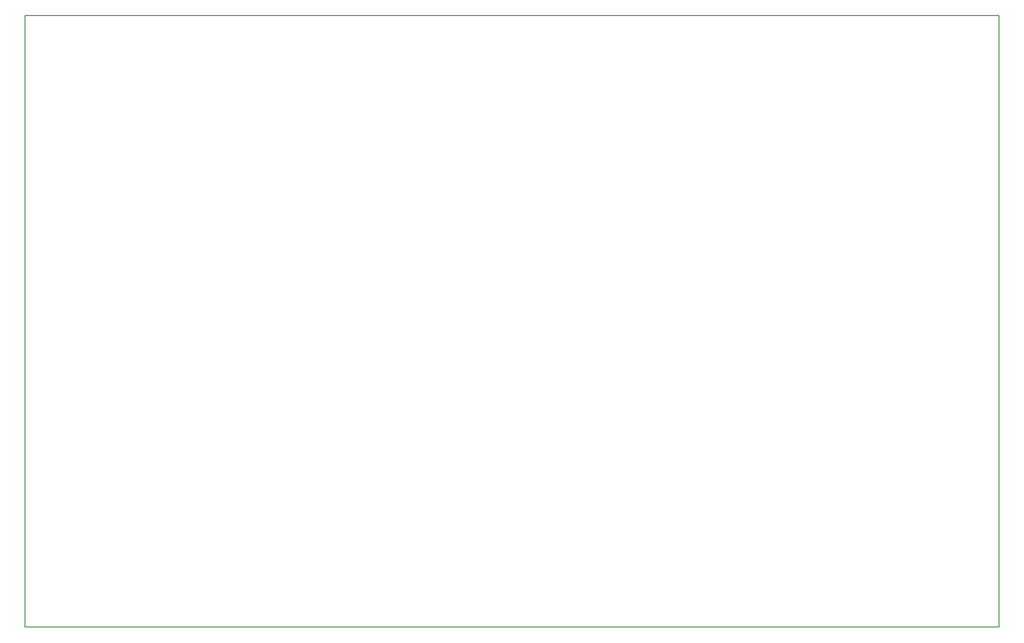
<source format=gm1>
%TF.GenerationSoftware,KiCad,Pcbnew,(6.0.0-rc1-489-g57af990066)*%
%TF.CreationDate,2021-12-17T02:29:25+00:00*%
%TF.ProjectId,solarpump_main,736f6c61-7270-4756-9d70-5f6d61696e2e,1.0*%
%TF.SameCoordinates,Original*%
%TF.FileFunction,Profile,NP*%
%FSLAX46Y46*%
G04 Gerber Fmt 4.6, Leading zero omitted, Abs format (unit mm)*
G04 Created by KiCad (PCBNEW (6.0.0-rc1-489-g57af990066)) date 2021-12-17 02:29:25*
%MOMM*%
%LPD*%
G01*
G04 APERTURE LIST*
%TA.AperFunction,Profile*%
%ADD10C,0.200000*%
%TD*%
G04 APERTURE END LIST*
D10*
X17555000Y-59491000D02*
X192555000Y-59491000D01*
X192555000Y-59491000D02*
X192555000Y-169491000D01*
X192555000Y-169491000D02*
X17555000Y-169491000D01*
X17555000Y-169491000D02*
X17555000Y-59491000D01*
M02*

</source>
